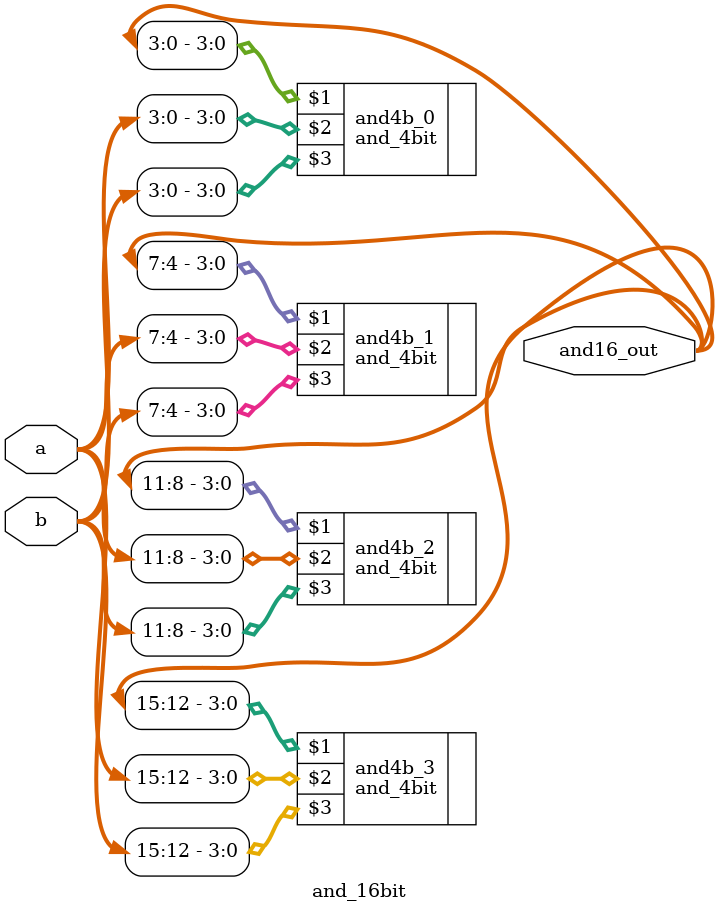
<source format=v>
module and_16bit(output [15:0]and16_out, input [15:0]a, b);//and operation occurs for 16-bits numbers
			and_4bit and4b_0(and16_out[3:0], a[3:0], b[3:0]);
			and_4bit and4b_1(and16_out[7:4], a[7:4], b[7:4]);
			and_4bit and4b_2(and16_out[11:8], a[11:8], b[11:8]);
			and_4bit and4b_3(and16_out[15:12], a[15:12], b[15:12]);
			
endmodule

</source>
